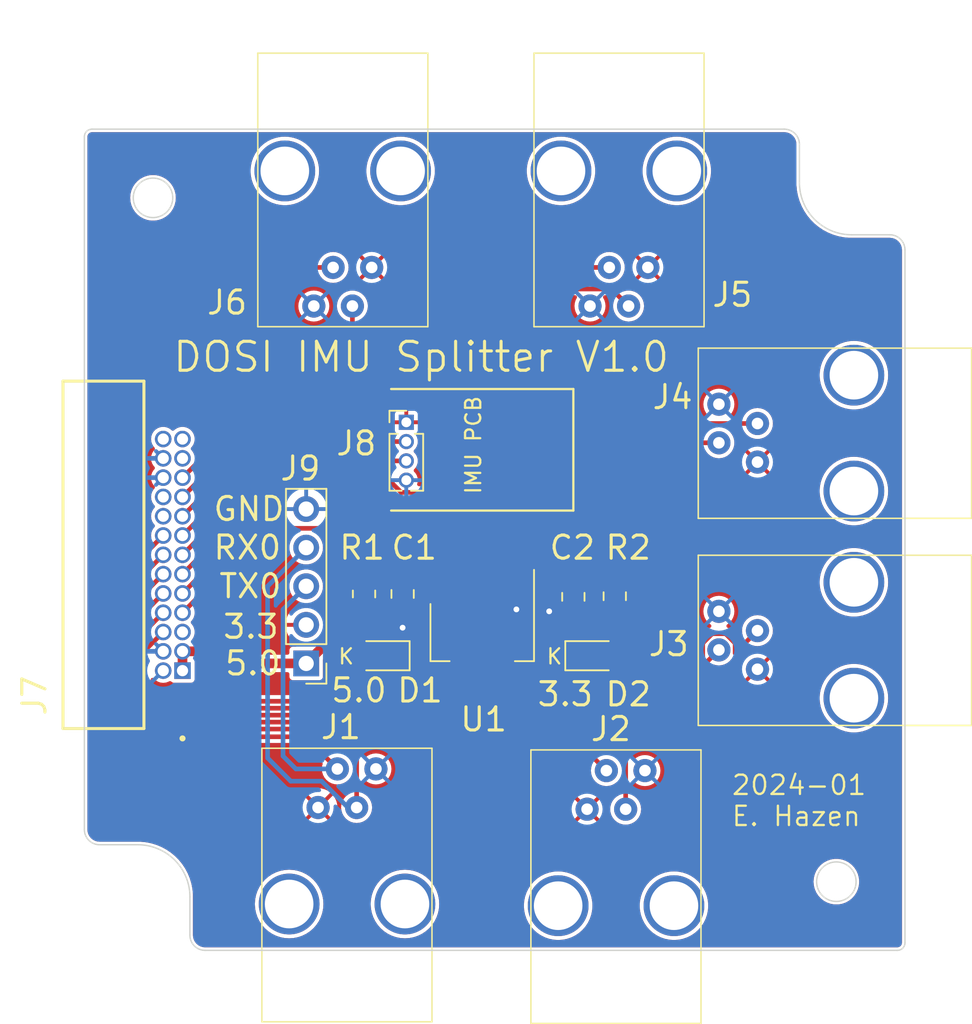
<source format=kicad_pcb>
(kicad_pcb (version 20221018) (generator pcbnew)
  (layers (0 "F.Cu" signal) (31 "B.Cu" signal) (34 "B.Paste" user) (35 "F.Paste" user) (36 "B.SilkS" user "B.Silkscreen") (37 "F.SilkS" user "F.Silkscreen") (38 "B.Mask" user) (39 "F.Mask" user) (44 "Edge.Cuts" user))
  (net 0 "")
  (net 4 "+5V")
  (net 5 "GND")
  (net 6 "+3.3V")
  (net 7 "/TX0")
  (net 8 "/RX0")
  (net 9 "/TX1")
  (net 10 "/RX1")
  (net 11 "/TX2")
  (net 12 "/RX2")
  (net 13 "/TX3")
  (net 14 "/RX3")
  (net 15 "/RX4")
  (net 16 "/TX4")
  (net 17 "/TX5")
  (net 18 "/RX5")
  (net 19 "/TX6")
  (net 20 "/RX6")
  (net 24 "Net-(D1-A)")
  (net 25 "Net-(D2-A)")
  (footprint "my_RJ:A-2004-3-4-LP" (layer "F.Cu") (at 182.72 84 180)
    (fp_text reference "J6" (at 9.52 -2.31 180) (layer "F.SilkS") (effects (font (size 1.524 1.524) (thickness 0.2032))))
    (fp_text value "4P4C")
    (fp_line (start -3.7 -3.9) (end 7.5 -3.9) (stroke (width 0.1)) (layer "F.SilkS"))
    (fp_line (start -3.7 14.1) (end -3.7 -3.9) (stroke (width 0.1)) (layer "F.SilkS"))
    (fp_line (start 7.5 -3.9) (end 7.5 14.1) (stroke (width 0.1)) (layer "F.SilkS"))
    (fp_line (start 7.5 14.1) (end -3.7 14.1) (stroke (width 0.1)) (layer "F.SilkS"))
    (pad "1" thru_hole circle (at 0 0 180) (size 1.524 1.524) (drill 0.762) (layers "*.Cu" "*.Mask") (net 6 "+3.3V"))
    (pad "2" thru_hole circle (at 1.27 -2.54 180) (size 1.524 1.524) (drill 0.762) (layers "*.Cu" "*.Mask") (net 17 "/TX5"))
    (pad "3" thru_hole circle (at 2.54 0 180) (size 1.524 1.524) (drill 0.762) (layers "*.Cu" "*.Mask") (net 18 "/RX5"))
    (pad "4" thru_hole circle (at 3.81 -2.54 180) (size 1.524 1.524) (drill 0.762) (layers "*.Cu" "*.Mask") (net 5 "GND"))
    (pad "5" thru_hole circle (at -1.905 6.35 180) (size 4 4) (drill 3.2) (layers "*.Cu" "*.Mask"))
    (pad "6" thru_hole circle (at 5.72 6.35 180) (size 4 4) (drill 3.2) (layers "*.Cu" "*.Mask"))
  )
  (footprint "Capacitor_SMD:C_0805_2012Metric_Pad1.18x1.45mm_HandSolder" (layer "F.Cu") (at 184.757 105.487 -90)
    (fp_text reference "C1" (at -3.048 -0.762) (layer "F.SilkS") (effects (font (size 1.524 1.524) (thickness 0.2032))))
    (fp_text value "10uF")
    (fp_line (start -0.261252 -0.735) (end 0.261252 -0.735) (stroke (width 0.12)) (layer "F.SilkS"))
    (fp_line (start -0.261252 0.735) (end 0.261252 0.735) (stroke (width 0.12)) (layer "F.SilkS"))
    (pad "1" smd roundrect (at -1.0375 0 270) (size 1.175 1.45) (layers "F.Cu" "F.Paste" "F.Mask") (roundrect_rratio 0.2127659574) (net 4 "+5V"))
    (pad "2" smd roundrect (at 1.0375 0 270) (size 1.175 1.45) (layers "F.Cu" "F.Paste" "F.Mask") (roundrect_rratio 0.2127659574) (net 5 "GND"))
  )
  (footprint "Connector_PinHeader_1.27mm:PinHeader_1x04_P1.27mm_Vertical" (layer "F.Cu") (at 185 94.19)
    (fp_text reference "J8" (at -3.291 1.391) (layer "F.SilkS") (effects (font (size 1.524 1.524) (thickness 0.2032))))
    (fp_text value "Conn_01x04")
    (fp_line (start -1.11 -0.76) (end 0 -0.76) (stroke (width 0.12)) (layer "F.SilkS"))
    (fp_line (start -1.11 0) (end -1.11 -0.76) (stroke (width 0.12)) (layer "F.SilkS"))
    (fp_line (start -1.11 0.76) (end -1.11 4.505) (stroke (width 0.12)) (layer "F.SilkS"))
    (fp_line (start -1.11 0.76) (end -0.563471 0.76) (stroke (width 0.12)) (layer "F.SilkS"))
    (fp_line (start -1.11 4.505) (end -0.30753 4.505) (stroke (width 0.12)) (layer "F.SilkS"))
    (fp_line (start 0.30753 4.505) (end 1.11 4.505) (stroke (width 0.12)) (layer "F.SilkS"))
    (fp_line (start 0.563471 0.76) (end 1.11 0.76) (stroke (width 0.12)) (layer "F.SilkS"))
    (fp_line (start 1.11 0.76) (end 1.11 4.505) (stroke (width 0.12)) (layer "F.SilkS"))
    (pad "1" thru_hole rect (at 0 0) (size 1 1) (drill 0.65) (layers "*.Cu" "*.Mask") (net 6 "+3.3V"))
    (pad "2" thru_hole oval (at 0 1.27) (size 1 1) (drill 0.65) (layers "*.Cu" "*.Mask") (net 19 "/TX6"))
    (pad "3" thru_hole oval (at 0 2.54) (size 1 1) (drill 0.65) (layers "*.Cu" "*.Mask") (net 20 "/RX6"))
    (pad "4" thru_hole oval (at 0 3.81) (size 1 1) (drill 0.65) (layers "*.Cu" "*.Mask") (net 5 "GND"))
  )
  (footprint "Capacitor_SMD:C_0805_2012Metric_Pad1.18x1.45mm_HandSolder" (layer "F.Cu") (at 196 105.675 -90)
    (fp_text reference "C2" (at -3.236 0.067) (layer "F.SilkS") (effects (font (size 1.524 1.524) (thickness 0.2032))))
    (fp_text value "22uF")
    (fp_line (start -0.261252 -0.735) (end 0.261252 -0.735) (stroke (width 0.12)) (layer "F.SilkS"))
    (fp_line (start -0.261252 0.735) (end 0.261252 0.735) (stroke (width 0.12)) (layer "F.SilkS"))
    (pad "1" smd roundrect (at -1.0375 0 270) (size 1.175 1.45) (layers "F.Cu" "F.Paste" "F.Mask") (roundrect_rratio 0.2127659574) (net 6 "+3.3V"))
    (pad "2" smd roundrect (at 1.0375 0 270) (size 1.175 1.45) (layers "F.Cu" "F.Paste" "F.Mask") (roundrect_rratio 0.2127659574) (net 5 "GND"))
  )
  (footprint "models:SAMTEC_SHF-113-01-L-D-RA" (layer "F.Cu") (at 169.6275 102.9125 90)
    (fp_text reference "J7" (at -9.255 -9.12 90) (layer "F.SilkS") (effects (font (size 1.524 1.524) (thickness 0.2032))))
    (fp_text value "SHF-113-01-L-D-SM")
    (fp_line (start -11.43 -1.905) (end -11.43 -7.235) (stroke (width 0.2)) (layer "F.SilkS"))
    (fp_line (start 11.43 -7.235) (end -11.43 -7.235) (stroke (width 0.2)) (layer "F.SilkS"))
    (fp_line (start 11.43 -7.235) (end 11.43 -1.905) (stroke (width 0.2)) (layer "F.SilkS"))
    (fp_line (start 11.43 -1.905) (end -11.43 -1.905) (stroke (width 0.2)) (layer "F.SilkS"))
    (fp_circle (center -12.08 0.635) (end -11.98 0.635) (stroke (width 0.2)) (fill none) (layer "F.SilkS"))
    (pad "1" thru_hole rect (at -7.62 0.635 90) (size 1.09 1.09) (drill 0.74) (layers "*.Cu" "*.Mask") (net 4 "+5V"))
    (pad "2" thru_hole circle (at -7.62 -0.635 90) (size 1.09 1.09) (drill 0.74) (layers "*.Cu" "*.Mask") (net 5 "GND"))
    (pad "3" thru_hole circle (at -6.35 0.635 90) (size 1.09 1.09) (drill 0.74) (layers "*.Cu" "*.Mask") (net 4 "+5V"))
    (pad "4" thru_hole circle (at -6.35 -0.635 90) (size 1.09 1.09) (drill 0.74) (layers "*.Cu" "*.Mask") (net 5 "GND"))
    (pad "5" thru_hole circle (at -5.08 0.635 90) (size 1.09 1.09) (drill 0.74) (layers "*.Cu" "*.Mask"))
    (pad "6" thru_hole circle (at -5.08 -0.635 90) (size 1.09 1.09) (drill 0.74) (layers "*.Cu" "*.Mask") (net 12 "/RX2"))
    (pad "7" thru_hole circle (at -3.81 0.635 90) (size 1.09 1.09) (drill 0.74) (layers "*.Cu" "*.Mask") (net 13 "/TX3"))
    (pad "8" thru_hole circle (at -3.81 -0.635 90) (size 1.09 1.09) (drill 0.74) (layers "*.Cu" "*.Mask") (net 11 "/TX2"))
    (pad "9" thru_hole circle (at -2.54 0.635 90) (size 1.09 1.09) (drill 0.74) (layers "*.Cu" "*.Mask") (net 14 "/RX3"))
    (pad "10" thru_hole circle (at -2.54 -0.635 90) (size 1.09 1.09) (drill 0.74) (layers "*.Cu" "*.Mask") (net 9 "/TX1"))
    (pad "11" thru_hole circle (at -1.27 0.635 90) (size 1.09 1.09) (drill 0.74) (layers "*.Cu" "*.Mask") (net 20 "/RX6"))
    (pad "12" thru_hole circle (at -1.27 -0.635 90) (size 1.09 1.09) (drill 0.74) (layers "*.Cu" "*.Mask") (net 10 "/RX1"))
    (pad "13" thru_hole circle (at 0 0.635 90) (size 1.09 1.09) (drill 0.74) (layers "*.Cu" "*.Mask") (net 19 "/TX6"))
    (pad "14" thru_hole circle (at 0 -0.635 90) (size 1.09 1.09) (drill 0.74) (layers "*.Cu" "*.Mask") (net 8 "/RX0"))
    (pad "15" thru_hole circle (at 1.27 0.635 90) (size 1.09 1.09) (drill 0.74) (layers "*.Cu" "*.Mask") (net 16 "/TX4"))
    (pad "16" thru_hole circle (at 1.27 -0.635 90) (size 1.09 1.09) (drill 0.74) (layers "*.Cu" "*.Mask") (net 7 "/TX0"))
    (pad "17" thru_hole circle (at 2.54 0.635 90) (size 1.09 1.09) (drill 0.74) (layers "*.Cu" "*.Mask") (net 15 "/RX4"))
    (pad "18" thru_hole circle (at 2.54 -0.635 90) (size 1.09 1.09) (drill 0.74) (layers "*.Cu" "*.Mask"))
    (pad "19" thru_hole circle (at 3.81 0.635 90) (size 1.09 1.09) (drill 0.74) (layers "*.Cu" "*.Mask") (net 17 "/TX5"))
    (pad "20" thru_hole circle (at 3.81 -0.635 90) (size 1.09 1.09) (drill 0.74) (layers "*.Cu" "*.Mask"))
    (pad "21" thru_hole circle (at 5.08 0.635 90) (size 1.09 1.09) (drill 0.74) (layers "*.Cu" "*.Mask") (net 18 "/RX5"))
    (pad "22" thru_hole circle (at 5.08 -0.635 90) (size 1.09 1.09) (drill 0.74) (layers "*.Cu" "*.Mask") (net 5 "GND"))
    (pad "23" thru_hole circle (at 6.35 0.635 90) (size 1.09 1.09) (drill 0.74) (layers "*.Cu" "*.Mask"))
    (pad "24" thru_hole circle (at 6.35 -0.635 90) (size 1.09 1.09) (drill 0.74) (layers "*.Cu" "*.Mask") (net 5 "GND"))
    (pad "25" thru_hole circle (at 7.62 0.635 90) (size 1.09 1.09) (drill 0.74) (layers "*.Cu" "*.Mask"))
    (pad "26" thru_hole circle (at 7.62 -0.635 90) (size 1.09 1.09) (drill 0.74) (layers "*.Cu" "*.Mask"))
  )
  (footprint "my_RJ:A-2004-3-4-LP" (layer "F.Cu") (at 179.19 119.54)
    (fp_text reference "J1" (at 1.503 -5.29) (layer "F.SilkS") (effects (font (size 1.524 1.524) (thickness 0.2032))))
    (fp_text value "4P4C")
    (fp_line (start -3.7 -3.9) (end 7.5 -3.9) (stroke (width 0.1)) (layer "F.SilkS"))
    (fp_line (start -3.7 14.1) (end -3.7 -3.9) (stroke (width 0.1)) (layer "F.SilkS"))
    (fp_line (start 7.5 -3.9) (end 7.5 14.1) (stroke (width 0.1)) (layer "F.SilkS"))
    (fp_line (start 7.5 14.1) (end -3.7 14.1) (stroke (width 0.1)) (layer "F.SilkS"))
    (pad "1" thru_hole circle (at 0 0) (size 1.524 1.524) (drill 0.762) (layers "*.Cu" "*.Mask") (net 6 "+3.3V"))
    (pad "2" thru_hole circle (at 1.27 -2.54) (size 1.524 1.524) (drill 0.762) (layers "*.Cu" "*.Mask") (net 7 "/TX0"))
    (pad "3" thru_hole circle (at 2.54 0) (size 1.524 1.524) (drill 0.762) (layers "*.Cu" "*.Mask") (net 8 "/RX0"))
    (pad "4" thru_hole circle (at 3.81 -2.54) (size 1.524 1.524) (drill 0.762) (layers "*.Cu" "*.Mask") (net 5 "GND"))
    (pad "5" thru_hole circle (at -1.905 6.35) (size 4 4) (drill 3.2) (layers "*.Cu" "*.Mask"))
    (pad "6" thru_hole circle (at 5.72 6.35) (size 4 4) (drill 3.2) (layers "*.Cu" "*.Mask"))
  )
  (footprint "my_RJ:A-2004-3-4-LP" (layer "F.Cu") (at 196.905 119.65)
    (fp_text reference "J2" (at 1.568 -5.273) (layer "F.SilkS") (effects (font (size 1.524 1.524) (thickness 0.2032))))
    (fp_text value "4P4C")
    (fp_line (start -3.7 -3.9) (end 7.5 -3.9) (stroke (width 0.1)) (layer "F.SilkS"))
    (fp_line (start -3.7 14.1) (end -3.7 -3.9) (stroke (width 0.1)) (layer "F.SilkS"))
    (fp_line (start 7.5 -3.9) (end 7.5 14.1) (stroke (width 0.1)) (layer "F.SilkS"))
    (fp_line (start 7.5 14.1) (end -3.7 14.1) (stroke (width 0.1)) (layer "F.SilkS"))
    (pad "1" thru_hole circle (at 0 0) (size 1.524 1.524) (drill 0.762) (layers "*.Cu" "*.Mask") (net 6 "+3.3V"))
    (pad "2" thru_hole circle (at 1.27 -2.54) (size 1.524 1.524) (drill 0.762) (layers "*.Cu" "*.Mask") (net 10 "/RX1"))
    (pad "3" thru_hole circle (at 2.54 0) (size 1.524 1.524) (drill 0.762) (layers "*.Cu" "*.Mask") (net 9 "/TX1"))
    (pad "4" thru_hole circle (at 3.81 -2.54) (size 1.524 1.524) (drill 0.762) (layers "*.Cu" "*.Mask") (net 5 "GND"))
    (pad "5" thru_hole circle (at -1.905 6.35) (size 4 4) (drill 3.2) (layers "*.Cu" "*.Mask"))
    (pad "6" thru_hole circle (at 5.72 6.35) (size 4 4) (drill 3.2) (layers "*.Cu" "*.Mask"))
  )
  (footprint "LED_SMD:LED_0805_2012Metric_Pad1.15x1.40mm_HandSolder" (layer "F.Cu") (at 197.33 109.551)
    (fp_text reference "D2" (at 2.286 2.54) (layer "F.SilkS") (effects (font (size 1.524 1.524) (thickness 0.2032))))
    (fp_text value "LED")
    (fp_line (start -1.86 -0.96) (end -1.86 0.96) (stroke (width 0.12)) (layer "F.SilkS"))
    (fp_line (start -1.86 0.96) (end 1 0.96) (stroke (width 0.12)) (layer "F.SilkS"))
    (fp_line (start 1 -0.96) (end -1.86 -0.96) (stroke (width 0.12)) (layer "F.SilkS"))
    (pad "1" smd roundrect (at -1.025 0) (size 1.15 1.4) (layers "F.Cu" "F.Paste" "F.Mask") (roundrect_rratio 0.2173913043) (net 5 "GND"))
    (pad "2" smd roundrect (at 1.025 0) (size 1.15 1.4) (layers "F.Cu" "F.Paste" "F.Mask") (roundrect_rratio 0.2173913043) (net 25 "Net-(D2-A)"))
  )
  (footprint "Connector_PinHeader_2.54mm:PinHeader_1x05_P2.54mm_Vertical" (layer "F.Cu") (at 178.407 110.059 180)
    (fp_text reference "J9" (at 0.381 12.827) (layer "F.SilkS") (effects (font (size 1.524 1.524) (thickness 0.2032))))
    (fp_text value "Conn_01x05")
    (fp_line (start -1.33 -1.33) (end 0 -1.33) (stroke (width 0.12)) (layer "F.SilkS"))
    (fp_line (start -1.33 0) (end -1.33 -1.33) (stroke (width 0.12)) (layer "F.SilkS"))
    (fp_line (start -1.33 1.27) (end -1.33 11.49) (stroke (width 0.12)) (layer "F.SilkS"))
    (fp_line (start -1.33 1.27) (end 1.33 1.27) (stroke (width 0.12)) (layer "F.SilkS"))
    (fp_line (start -1.33 11.49) (end 1.33 11.49) (stroke (width 0.12)) (layer "F.SilkS"))
    (fp_line (start 1.33 1.27) (end 1.33 11.49) (stroke (width 0.12)) (layer "F.SilkS"))
    (pad "1" thru_hole rect (at 0 0 180) (size 1.7 1.7) (drill 1) (layers "*.Cu" "*.Mask") (net 4 "+5V"))
    (pad "2" thru_hole oval (at 0 2.54 180) (size 1.7 1.7) (drill 1) (layers "*.Cu" "*.Mask") (net 6 "+3.3V"))
    (pad "3" thru_hole oval (at 0 5.08 180) (size 1.7 1.7) (drill 1) (layers "*.Cu" "*.Mask") (net 7 "/TX0"))
    (pad "4" thru_hole oval (at 0 7.62 180) (size 1.7 1.7) (drill 1) (layers "*.Cu" "*.Mask") (net 8 "/RX0"))
    (pad "5" thru_hole oval (at 0 10.16 180) (size 1.7 1.7) (drill 1) (layers "*.Cu" "*.Mask") (net 5 "GND"))
  )
  (footprint "Package_TO_SOT_SMD:SOT-223-3_TabPin2" (layer "F.Cu") (at 190 108 -90)
    (fp_text reference "U1" (at 5.742 -0.091 -180) (layer "F.SilkS") (effects (font (size 1.524 1.524) (thickness 0.2032))))
    (fp_text value "AZ1117-3.3")
    (fp_line (start -4.1 -3.41) (end 1.91 -3.41) (stroke (width 0.12)) (layer "F.SilkS"))
    (fp_line (start -1.85 3.41) (end 1.91 3.41) (stroke (width 0.12)) (layer "F.SilkS"))
    (fp_line (start 1.91 -3.41) (end 1.91 -2.15) (stroke (width 0.12)) (layer "F.SilkS"))
    (fp_line (start 1.91 3.41) (end 1.91 2.15) (stroke (width 0.12)) (layer "F.SilkS"))
    (pad "1" smd rect (at -3.15 -2.3 270) (size 2 1.5) (layers "F.Cu" "F.Paste" "F.Mask") (net 5 "GND"))
    (pad "2" smd rect (at -3.15 0 270) (size 2 1.5) (layers "F.Cu" "F.Paste" "F.Mask") (net 6 "+3.3V"))
    (pad "2" smd rect (at 3.15 0 270) (size 2 3.8) (layers "F.Cu" "F.Paste" "F.Mask") (net 6 "+3.3V"))
    (pad "3" smd rect (at -3.15 2.3 270) (size 2 1.5) (layers "F.Cu" "F.Paste" "F.Mask") (net 4 "+5V"))
  )
  (footprint "LED_SMD:LED_0805_2012Metric_Pad1.15x1.40mm_HandSolder" (layer "F.Cu") (at 183.36 109.551 180)
    (fp_text reference "D1" (at -2.54 -2.286) (layer "F.SilkS") (effects (font (size 1.524 1.524) (thickness 0.2032))))
    (fp_text value "LED")
    (fp_line (start -1.86 -0.96) (end -1.86 0.96) (stroke (width 0.12)) (layer "F.SilkS"))
    (fp_line (start -1.86 0.96) (end 1 0.96) (stroke (width 0.12)) (layer "F.SilkS"))
    (fp_line (start 1 -0.96) (end -1.86 -0.96) (stroke (width 0.12)) (layer "F.SilkS"))
    (pad "1" smd roundrect (at -1.025 0 180) (size 1.15 1.4) (layers "F.Cu" "F.Paste" "F.Mask") (roundrect_rratio 0.2173913043) (net 5 "GND"))
    (pad "2" smd roundrect (at 1.025 0 180) (size 1.15 1.4) (layers "F.Cu" "F.Paste" "F.Mask") (roundrect_rratio 0.2173913043) (net 24 "Net-(D1-A)"))
  )
  (footprint "Resistor_SMD:R_0805_2012Metric_Pad1.20x1.40mm_HandSolder" (layer "F.Cu") (at 182.217 105.487 -90)
    (fp_text reference "R1" (at -3.048 0.127 -180) (layer "F.SilkS") (effects (font (size 1.524 1.524) (thickness 0.2032))))
    (fp_text value "1.5k")
    (fp_line (start -0.227064 -0.735) (end 0.227064 -0.735) (stroke (width 0.12)) (layer "F.SilkS"))
    (fp_line (start -0.227064 0.735) (end 0.227064 0.735) (stroke (width 0.12)) (layer "F.SilkS"))
    (pad "1" smd roundrect (at -1 0 270) (size 1.2 1.4) (layers "F.Cu" "F.Paste" "F.Mask") (roundrect_rratio 0.2083333333) (net 4 "+5V"))
    (pad "2" smd roundrect (at 1 0 270) (size 1.2 1.4) (layers "F.Cu" "F.Paste" "F.Mask") (roundrect_rratio 0.2083333333) (net 24 "Net-(D1-A)"))
  )
  (footprint "Capacitor_SMD:C_0805_2012Metric_Pad1.18x1.45mm_HandSolder" (layer "F.Cu") (at 198.727 105.6355 -90)
    (fp_text reference "R2" (at -3.1965 -0.889 -180) (layer "F.SilkS") (effects (font (size 1.524 1.524) (thickness 0.2032))))
    (fp_text value "510")
    (fp_line (start -0.261252 -0.735) (end 0.261252 -0.735) (stroke (width 0.12)) (layer "F.SilkS"))
    (fp_line (start -0.261252 0.735) (end 0.261252 0.735) (stroke (width 0.12)) (layer "F.SilkS"))
    (pad "1" smd roundrect (at -1.0375 0 270) (size 1.175 1.45) (layers "F.Cu" "F.Paste" "F.Mask") (roundrect_rratio 0.2127659574) (net 6 "+3.3V"))
    (pad "2" smd roundrect (at 1.0375 0 270) (size 1.175 1.45) (layers "F.Cu" "F.Paste" "F.Mask") (roundrect_rratio 0.2127659574) (net 25 "Net-(D2-A)"))
  )
  (footprint "my_RJ:A-2004-3-4-LP" (layer "F.Cu") (at 208.125 96.81 90)
    (fp_text reference "J4" (at 4.277 -5.588 180) (layer "F.SilkS") (effects (font (size 1.524 1.524) (thickness 0.2032))))
    (fp_text value "4P4C")
    (fp_line (start -3.7 -3.9) (end 7.5 -3.9) (stroke (width 0.1)) (layer "F.SilkS"))
    (fp_line (start -3.7 14.1) (end -3.7 -3.9) (stroke (width 0.1)) (layer "F.SilkS"))
    (fp_line (start 7.5 -3.9) (end 7.5 14.1) (stroke (width 0.1)) (layer "F.SilkS"))
    (fp_line (start 7.5 14.1) (end -3.7 14.1) (stroke (width 0.1)) (layer "F.SilkS"))
    (pad "1" thru_hole circle (at 0 0 90) (size 1.524 1.524) (drill 0.762) (layers "*.Cu" "*.Mask") (net 6 "+3.3V"))
    (pad "2" thru_hole circle (at 1.27 -2.54 90) (size 1.524 1.524) (drill 0.762) (layers "*.Cu" "*.Mask") (net 13 "/TX3"))
    (pad "3" thru_hole circle (at 2.54 0 90) (size 1.524 1.524) (drill 0.762) (layers "*.Cu" "*.Mask") (net 14 "/RX3"))
    (pad "4" thru_hole circle (at 3.81 -2.54 90) (size 1.524 1.524) (drill 0.762) (layers "*.Cu" "*.Mask") (net 5 "GND"))
    (pad "5" thru_hole circle (at -1.905 6.35 90) (size 4 4) (drill 3.2) (layers "*.Cu" "*.Mask"))
    (pad "6" thru_hole circle (at 5.72 6.35 90) (size 4 4) (drill 3.2) (layers "*.Cu" "*.Mask"))
  )
  (footprint "my_RJ:A-2004-3-4-LP" (layer "F.Cu") (at 208.125 110.44 90)
    (fp_text reference "J3" (at 1.651 -5.842 180) (layer "F.SilkS") (effects (font (size 1.524 1.524) (thickness 0.2032))))
    (fp_text value "4P4C")
    (fp_line (start -3.7 -3.9) (end 7.5 -3.9) (stroke (width 0.1)) (layer "F.SilkS"))
    (fp_line (start -3.7 14.1) (end -3.7 -3.9) (stroke (width 0.1)) (layer "F.SilkS"))
    (fp_line (start 7.5 -3.9) (end 7.5 14.1) (stroke (width 0.1)) (layer "F.SilkS"))
    (fp_line (start 7.5 14.1) (end -3.7 14.1) (stroke (width 0.1)) (layer "F.SilkS"))
    (pad "1" thru_hole circle (at 0 0 90) (size 1.524 1.524) (drill 0.762) (layers "*.Cu" "*.Mask") (net 6 "+3.3V"))
    (pad "2" thru_hole circle (at 1.27 -2.54 90) (size 1.524 1.524) (drill 0.762) (layers "*.Cu" "*.Mask") (net 11 "/TX2"))
    (pad "3" thru_hole circle (at 2.54 0 90) (size 1.524 1.524) (drill 0.762) (layers "*.Cu" "*.Mask") (net 12 "/RX2"))
    (pad "4" thru_hole circle (at 3.81 -2.54 90) (size 1.524 1.524) (drill 0.762) (layers "*.Cu" "*.Mask") (net 5 "GND"))
    (pad "5" thru_hole circle (at -1.905 6.35 90) (size 4 4) (drill 3.2) (layers "*.Cu" "*.Mask"))
    (pad "6" thru_hole circle (at 5.72 6.35 90) (size 4 4) (drill 3.2) (layers "*.Cu" "*.Mask"))
  )
  (footprint "my_RJ:A-2004-3-4-LP" (layer "F.Cu") (at 200.9075 84 180)
    (fp_text reference "J5" (at -5.5665 -1.802 180) (layer "F.SilkS") (effects (font (size 1.524 1.524) (thickness 0.2032))))
    (fp_text value "4P4C")
    (fp_line (start -3.7 -3.9) (end 7.5 -3.9) (stroke (width 0.1)) (layer "F.SilkS"))
    (fp_line (start -3.7 14.1) (end -3.7 -3.9) (stroke (width 0.1)) (layer "F.SilkS"))
    (fp_line (start 7.5 -3.9) (end 7.5 14.1) (stroke (width 0.1)) (layer "F.SilkS"))
    (fp_line (start 7.5 14.1) (end -3.7 14.1) (stroke (width 0.1)) (layer "F.SilkS"))
    (pad "1" thru_hole circle (at 0 0 180) (size 1.524 1.524) (drill 0.762) (layers "*.Cu" "*.Mask") (net 6 "+3.3V"))
    (pad "2" thru_hole circle (at 1.27 -2.54 180) (size 1.524 1.524) (drill 0.762) (layers "*.Cu" "*.Mask") (net 16 "/TX4"))
    (pad "3" thru_hole circle (at 2.54 0 180) (size 1.524 1.524) (drill 0.762) (layers "*.Cu" "*.Mask") (net 15 "/RX4"))
    (pad "4" thru_hole circle (at 3.81 -2.54 180) (size 1.524 1.524) (drill 0.762) (layers "*.Cu" "*.Mask") (net 5 "GND"))
    (pad "5" thru_hole circle (at -1.905 6.35 180) (size 4 4) (drill 3.2) (layers "*.Cu" "*.Mask"))
    (pad "6" thru_hole circle (at 5.72 6.35 180) (size 4 4) (drill 3.2) (layers "*.Cu" "*.Mask"))
  )
  (gr_line (start 196 100) (end 184 100) (stroke (width 0.15)) (layer "F.SilkS"))
  (gr_line (start 196 92) (end 196 100) (stroke (width 0.15)) (layer "F.SilkS"))
  (gr_line (start 184 92) (end 196 92) (stroke (width 0.15)) (layer "F.SilkS"))
  (gr_arc (start 214.31973 81.849909) (mid 211.894216 80.845242) (end 210.88955 78.41973) (stroke (width 0.09)) (layer "Edge.Cuts"))
  (gr_line (start 163.8 75.4) (end 163.8 120.98955) (stroke (width 0.09)) (layer "Edge.Cuts"))
  (gr_line (start 209.88955 74.9) (end 164.3 74.9) (stroke (width 0.09)) (layer "Edge.Cuts"))
  (gr_arc (start 164.8 121.98955) (mid 164.092894 121.696657) (end 163.8 120.98955) (stroke (width 0.09)) (layer "Edge.Cuts"))
  (gr_arc (start 209.88955 74.9) (mid 210.596672 75.192878) (end 210.88955 75.9) (stroke (width 0.09)) (layer "Edge.Cuts"))
  (gr_arc (start 171.749909 128.939459) (mid 171.042794 128.646569) (end 170.749909 127.939459) (stroke (width 0.09)) (layer "Edge.Cuts"))
  (gr_circle (center 168.31973 79.41973) (end 169.61973 79.41973) (stroke (width 0.09)) (fill none) (layer "Edge.Cuts"))
  (gr_line (start 217.839459 128.439459) (end 217.839459 82.849909) (stroke (width 0.09)) (layer "Edge.Cuts"))
  (gr_circle (center 213.31973 124.41973) (end 214.61973 124.41973) (stroke (width 0.09)) (fill none) (layer "Edge.Cuts"))
  (gr_arc (start 163.8 75.4) (mid 163.94643 75.046416) (end 164.3 74.9) (stroke (width 0.09)) (layer "Edge.Cuts"))
  (gr_line (start 216.839459 81.849909) (end 214.31973 81.849909) (stroke (width 0.09)) (layer "Edge.Cuts"))
  (gr_arc (start 217.839459 128.439459) (mid 217.693007 128.792993) (end 217.339459 128.939459) (stroke (width 0.09)) (layer "Edge.Cuts"))
  (gr_arc (start 167.31973 121.98955) (mid 169.745222 122.994236) (end 170.749909 125.41973) (stroke (width 0.09)) (layer "Edge.Cuts"))
  (gr_line (start 210.88955 78.41973) (end 210.88955 75.9) (stroke (width 0.09)) (layer "Edge.Cuts"))
  (gr_arc (start 216.839459 81.849909) (mid 217.546607 82.142785) (end 217.839459 82.849909) (stroke (width 0.09)) (layer "Edge.Cuts"))
  (gr_line (start 170.749909 125.41973) (end 170.749909 127.939459) (stroke (width 0.09)) (layer "Edge.Cuts"))
  (gr_line (start 164.8 121.98955) (end 167.31973 121.98955) (stroke (width 0.09)) (layer "Edge.Cuts"))
  (gr_line (start 171.749909 128.939459) (end 217.339459 128.939459) (stroke (width 0.09)) (layer "Edge.Cuts"))
  (gr_text "TX0" (at 172.565 105.868) (layer "F.SilkS") (effects (font (size 1.524 1.524) (thickness 0.2032)) (justify left bottom)))
  (gr_text "3.3" (at 172.819 108.535) (layer "F.SilkS") (effects (font (size 1.524 1.524) (thickness 0.2032)) (justify left bottom)))
  (gr_text "GND" (at 172.184 100.788) (layer "F.SilkS") (effects (font (size 1.524 1.524) (thickness 0.2032)) (justify left bottom)))
  (gr_text "RX0" (at 172.184 103.328) (layer "F.SilkS") (effects (font (size 1.524 1.524) (thickness 0.2032)) (justify left bottom)))
  (gr_text "K" (at 180.439 110.186) (layer "F.SilkS") (effects (font (size 1 1)) (justify left bottom)))
  (gr_text "3.3" (at 193.52 112.98) (layer "F.SilkS") (effects (font (size 1.524 1.524) (thickness 0.2032)) (justify left bottom)))
  (gr_text "DOSI IMU Splitter V1.0" (at 169.517 91.009) (layer "F.SilkS") (effects (font (size 1.905 1.905) (thickness 0.2032)) (justify left bottom)))
  (gr_text "K" (at 194.155 110.186) (layer "F.SilkS") (effects (font (size 1 1)) (justify left bottom)))
  (gr_text "IMU PCB" (at 190 99 90) (layer "F.SilkS") (effects (font (size 1 1)) (justify left bottom)))
  (gr_text "2024-01\nE. Hazen" (at 206.347 120.854) (layer "F.SilkS") (effects (font (size 1.27 1.27) (thickness 0.1524)) (justify left bottom)))
  (gr_text "5.0" (at 172.946 110.948) (layer "F.SilkS") (effects (font (size 1.524 1.524) (thickness 0.2032)) (justify left bottom)))
  (gr_text "5.0" (at 179.931 112.726) (layer "F.SilkS") (effects (font (size 1.524 1.524) (thickness 0.2032)) (justify left bottom)))
  (segment (start 184.7195 104.487) (end 184.757 104.4495) (width 0.635) (layer "F.Cu") (net 4))
  (segment (start 180.566 105.36) (end 181.439 104.487) (width 0.635) (layer "F.Cu") (net 4))
  (segment (start 184.757 104.4495) (end 187.2995 104.4495) (width 0.635) (layer "F.Cu") (net 4))
  (segment (start 171.8375 109.2625) (end 172.634 110.059) (width 0.635) (layer "F.Cu") (net 4))
  (segment (start 172.634 110.059) (end 178.407 110.059) (width 0.635) (layer "F.Cu") (net 4))
  (segment (start 182.217 104.487) (end 184.7195 104.487) (width 0.635) (layer "F.Cu") (net 4))
  (segment (start 180.566 107.9) (end 180.566 105.36) (width 0.635) (layer "F.Cu") (net 4))
  (segment (start 170.2625 109.2625) (end 171.8375 109.2625) (width 0.635) (layer "F.Cu") (net 4))
  (segment (start 187.2995 104.4495) (end 187.7 104.85) (width 0.635) (layer "F.Cu") (net 4))
  (segment (start 181.439 104.487) (end 182.217 104.487) (width 0.635) (layer "F.Cu") (net 4))
  (segment (start 170.2625 110.5325) (end 170.2625 109.2625) (width 0.635) (layer "F.Cu") (net 4))
  (segment (start 178.407 110.059) (end 180.566 107.9) (width 0.635) (layer "F.Cu") (net 4))
  (segment (start 194.414 106.625) (end 194.409 106.63) (width 0.3048) (layer "F.Cu") (net 5))
  (segment (start 192.3 106.453) (end 192.25 106.503) (width 0.3048) (layer "F.Cu") (net 5))
  (segment (start 184.757 106.437) (end 184.757 107.707) (width 0.3048) (layer "F.Cu") (net 5))
  (segment (start 184.385 109.551) (end 184.385 108.079) (width 0.3048) (layer "F.Cu") (net 5))
  (segment (start 196 106.625) (end 194.414 106.625) (width 0.3048) (layer "F.Cu") (net 5))
  (segment (start 184.385 108.079) (end 184.757 107.707) (width 0.3048) (layer "F.Cu") (net 5))
  (segment (start 192.3 104.85) (end 192.3 106.453) (width 0.3048) (layer "F.Cu") (net 5))
  (segment (start 196.305 109.551) (end 196.305 107.0175) (width 0.3048) (layer "F.Cu") (net 5))
  (segment (start 196.305 107.0175) (end 196 106.7125) (width 0.3048) (layer "F.Cu") (net 5))
  (via (at 192.25 106.503) (size 1.016) (drill 0.381) (layers "F.Cu" "B.Cu") (net 5))
  (via (at 194.409 106.63) (size 1.016) (drill 0.381) (layers "F.Cu" "B.Cu") (net 5))
  (via (at 184.757 107.707) (size 1.016) (drill 0.381) (layers "F.Cu" "B.Cu") (net 5))
  (segment (start 167.2655 96.5625) (end 167.231 96.597) (width 0.3048) (layer "B.Cu") (net 5))
  (segment (start 168.9925 97.8325) (end 167.0695 97.8325) (width 0.3048) (layer "B.Cu") (net 5))
  (segment (start 168.9925 96.5625) (end 167.2655 96.5625) (width 0.3048) (layer "B.Cu") (net 5))
  (segment (start 168.9925 109.2625) (end 167.1385 109.2625) (width 0.3048) (layer "B.Cu") (net 5))
  (segment (start 167.1385 109.2625) (end 167.104 109.297) (width 0.3048) (layer "B.Cu") (net 5))
  (segment (start 167.0695 97.8325) (end 166.85 97.613) (width 0.3048) (layer "B.Cu") (net 5))
  (segment (start 165.326 112.98) (end 165.326 105.309) (width 0.3048) (layer "F.Cu") (net 7))
  (segment (start 180.46 117) (end 178.345 114.885) (width 0.3048) (layer "F.Cu") (net 7))
  (segment (start 167.231 114.885) (end 165.326 112.98) (width 0.3048) (layer "F.Cu") (net 7))
  (segment (start 165.326 105.309) (end 168.9925 101.6425) (width 0.3048) (layer "F.Cu") (net 7))
  (segment (start 178.345 114.885) (end 167.231 114.885) (width 0.3048) (layer "F.Cu") (net 7))
  (segment (start 178.407 104.979) (end 176.883 106.503) (width 0.3048) (layer "B.Cu") (net 7))
  (segment (start 176.883 116.155) (end 177.728 117) (width 0.3048) (layer "B.Cu") (net 7))
  (segment (start 176.883 106.503) (end 176.883 116.155) (width 0.3048) (layer "B.Cu") (net 7))
  (segment (start 177.728 117) (end 180.46 117) (width 0.3048) (layer "B.Cu") (net 7))
  (segment (start 167.485 114.377) (end 165.872 112.764) (width 0.3048) (layer "F.Cu") (net 8))
  (segment (start 181.73 115.668) (end 180.439 114.377) (width 0.3048) (layer "F.Cu") (net 8))
  (segment (start 181.73 119.54) (end 181.73 115.668) (width 0.3048) (layer "F.Cu") (net 8))
  (segment (start 165.872 112.764) (end 165.872 106.033) (width 0.3048) (layer "F.Cu") (net 8))
  (segment (start 180.439 114.377) (end 167.485 114.377) (width 0.3048) (layer "F.Cu") (net 8))
  (segment (start 165.872 106.033) (end 168.9925 102.9125) (width 0.3048) (layer "F.Cu") (net 8))
  (segment (start 175.867 116.282) (end 177.391 117.806) (width 0.3048) (layer "B.Cu") (net 8))
  (segment (start 179.423 117.806) (end 181.157 119.54) (width 0.3048) (layer "B.Cu") (net 8))
  (segment (start 178.407 102.439) (end 175.867 104.979) (width 0.3048) (layer "B.Cu") (net 8))
  (segment (start 177.391 117.806) (end 179.423 117.806) (width 0.3048) (layer "B.Cu") (net 8))
  (segment (start 175.867 104.979) (end 175.867 116.282) (width 0.3048) (layer "B.Cu") (net 8))
  (segment (start 181.157 119.54) (end 181.73 119.54) (width 0.3048) (layer "B.Cu") (net 8))
  (segment (start 199.445 115.857) (end 197.0506 113.4626) (width 0.3048) (layer "F.Cu") (net 9))
  (segment (start 166.8372 107.6078) (end 168.9925 105.4525) (width 0.3048) (layer "F.Cu") (net 9))
  (segment (start 166.8372 112.193622) (end 166.8372 107.6078) (width 0.3048) (layer "F.Cu") (net 9))
  (segment (start 168.106178 113.4626) (end 166.8372 112.193622) (width 0.3048) (layer "F.Cu") (net 9))
  (segment (start 197.0506 113.4626) (end 168.106178 113.4626) (width 0.3048) (layer "F.Cu") (net 9))
  (segment (start 199.445 119.65) (end 199.445 115.857) (width 0.3048) (layer "F.Cu") (net 9))
  (segment (start 198.175 117.11) (end 194.9848 113.9198) (width 0.3048) (layer "F.Cu") (net 10))
  (segment (start 166.38 106.795) (end 168.9925 104.1825) (width 0.3048) (layer "F.Cu") (net 10))
  (segment (start 167.9168 113.9198) (end 166.38 112.383) (width 0.3048) (layer "F.Cu") (net 10))
  (segment (start 194.9848 113.9198) (end 167.9168 113.9198) (width 0.3048) (layer "F.Cu") (net 10))
  (segment (start 166.38 112.383) (end 166.38 106.795) (width 0.3048) (layer "F.Cu") (net 10))
  (segment (start 167.2944 112.004244) (end 167.2944 108.4206) (width 0.3048) (layer "F.Cu") (net 11))
  (segment (start 201.7496 113.0054) (end 168.295556 113.0054) (width 0.3048) (layer "F.Cu") (net 11))
  (segment (start 167.2944 108.4206) (end 168.9925 106.7225) (width 0.3048) (layer "F.Cu") (net 11))
  (segment (start 168.295556 113.0054) (end 167.2944 112.004244) (width 0.3048) (layer "F.Cu") (net 11))
  (segment (start 205.585 109.17) (end 201.7496 113.0054) (width 0.3048) (layer "F.Cu") (net 11))
  (segment (start 204.5182 109.590222) (end 201.560222 112.5482) (width 0.3048) (layer "F.Cu") (net 12))
  (segment (start 167.7516 109.2334) (end 168.9925 107.9925) (width 0.3048) (layer "F.Cu") (net 12))
  (segment (start 168.484934 112.5482) (end 167.7516 111.814866) (width 0.3048) (layer "F.Cu") (net 12))
  (segment (start 208.125 107.9) (end 206.6518 109.3732) (width 0.3048) (layer "F.Cu") (net 12))
  (segment (start 206.026884 108.1032) (end 205.143116 108.1032) (width 0.3048) (layer "F.Cu") (net 12))
  (segment (start 206.6518 108.728116) (end 206.026884 108.1032) (width 0.3048) (layer "F.Cu") (net 12))
  (segment (start 204.5182 108.728116) (end 204.5182 109.590222) (width 0.3048) (layer "F.Cu") (net 12))
  (segment (start 205.143116 108.1032) (end 204.5182 108.728116) (width 0.3048) (layer "F.Cu") (net 12))
  (segment (start 167.7516 111.814866) (end 167.7516 109.2334) (width 0.3048) (layer "F.Cu") (net 12))
  (segment (start 206.6518 109.3732) (end 206.6518 108.728116) (width 0.3048) (layer "F.Cu") (net 12))
  (segment (start 201.560222 112.5482) (end 168.484934 112.5482) (width 0.3048) (layer "F.Cu") (net 12))
  (segment (start 170.2625 106.7225) (end 175.816 101.169) (width 0.3048) (layer "F.Cu") (net 13))
  (segment (start 193.52 101.169) (end 199.149 95.54) (width 0.3048) (layer "F.Cu") (net 13))
  (segment (start 199.149 95.54) (end 205.585 95.54) (width 0.3048) (layer "F.Cu") (net 13))
  (segment (start 175.816 101.169) (end 193.52 101.169) (width 0.3048) (layer "F.Cu") (net 13))
  (segment (start 170.2625 105.4525) (end 177.467 98.248) (width 0.3048) (layer "F.Cu") (net 14))
  (segment (start 184.66664 98.8048) (end 194.7412 98.8048) (width 0.3048) (layer "F.Cu") (net 14))
  (segment (start 194.7412 98.8048) (end 199.276 94.27) (width 0.3048) (layer "F.Cu") (net 14))
  (segment (start 177.467 98.248) (end 184.10984 98.248) (width 0.3048) (layer "F.Cu") (net 14))
  (segment (start 199.276 94.27) (end 208.125 94.27) (width 0.3048) (layer "F.Cu") (net 14))
  (segment (start 184.10984 98.248) (end 184.66664 98.8048) (width 0.3048) (layer "F.Cu") (net 14))
  (segment (start 186.813 84) (end 198.3675 84) (width 0.3048) (layer "F.Cu") (net 15))
  (segment (start 186.281 84.532) (end 186.813 84) (width 0.3048) (layer "F.Cu") (net 15))
  (segment (start 170.2625 100.3725) (end 186.103 84.532) (width 0.3048) (layer "F.Cu") (net 15))
  (segment (start 186.103 84.532) (end 186.281 84.532) (width 0.3048) (layer "F.Cu") (net 15))
  (segment (start 186.408 85.421) (end 186.408 85.497) (width 0.3048) (layer "F.Cu") (net 16))
  (segment (start 198.5185 85.421) (end 186.408 85.421) (width 0.3048) (layer "F.Cu") (net 16))
  (segment (start 186.408 85.497) (end 170.2625 101.6425) (width 0.3048) (layer "F.Cu") (net 16))
  (segment (start 199.6375 86.54) (end 198.5185 85.421) (width 0.3048) (layer "F.Cu") (net 16))
  (segment (start 181.45 86.54) (end 181.45 87.915) (width 0.3048) (layer "F.Cu") (net 17))
  (segment (start 181.45 87.915) (end 170.2625 99.1025) (width 0.3048) (layer "F.Cu") (net 17))
  (segment (start 170.2625 97.8325) (end 176.375 91.72) (width 0.3048) (layer "F.Cu") (net 18))
  (segment (start 177.415 84) (end 180.18 84) (width 0.3048) (layer "F.Cu") (net 18))
  (segment (start 176.375 85.04) (end 177.415 84) (width 0.3048) (layer "F.Cu") (net 18))
  (segment (start 176.375 91.72) (end 176.375 85.04) (width 0.3048) (layer "F.Cu") (net 18))
  (segment (start 177.772 95.581) (end 177.893 95.46) (width 0.3048) (layer "F.Cu") (net 19))
  (segment (start 177.594 95.581) (end 177.772 95.581) (width 0.3048) (layer "F.Cu") (net 19))
  (segment (start 177.893 95.46) (end 185 95.46) (width 0.3048) (layer "F.Cu") (net 19))
  (segment (start 170.2625 102.9125) (end 177.594 95.581) (width 0.3048) (layer "F.Cu") (net 19))
  (segment (start 170.2625 104.1825) (end 174.851 99.594) (width 0.3048) (layer "F.Cu") (net 20))
  (segment (start 174.851 99.518) (end 177.639 96.73) (width 0.3048) (layer "F.Cu") (net 20))
  (segment (start 174.851 99.594) (end 174.851 99.518) (width 0.3048) (layer "F.Cu") (net 20))
  (segment (start 177.639 96.73) (end 185 96.73) (width 0.3048) (layer "F.Cu") (net 20))
  (segment (start 182.217 106.487) (end 182.217 109.433) (width 0.3048) (layer "F.Cu") (net 24))
  (segment (start 182.217 109.433) (end 182.335 109.551) (width 0.3048) (layer "F.Cu") (net 24))
  (segment (start 198.355 109.551) (end 198.355 107.045) (width 0.3048) (layer "F.Cu") (net 25))
  (segment (start 198.355 107.045) (end 198.727 106.673) (width 0.3048) (layer "F.Cu") (net 25))
  (zone (net 6) (net_name "+3.3V") (layer "F.Cu") (priority 1) (connect_pads (clearance 0.254)) (min_thickness 0.254) (fill yes (thermal_gap 0.508) (thermal_bridge_width 0.254))
    (polygon (pts (xy 159.2 73.2) (xy 222.2 73.2) (xy 222.2 132.2) (xy 159.2 132.2)))
  )
  (zone (net 5) (net_name "GND") (layer "B.Cu") (connect_pads (clearance 0.254)) (min_thickness 0.254) (fill yes (thermal_gap 0.508) (thermal_bridge_width 0.254))
    (polygon (pts (xy 159 73) (xy 222 73) (xy 222 132) (xy 159 132)))
  )
)
</source>
